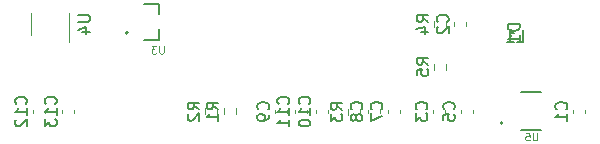
<source format=gbr>
%TF.GenerationSoftware,KiCad,Pcbnew,(5.1.9)-1*%
%TF.CreationDate,2021-03-03T23:02:33-08:00*%
%TF.ProjectId,SSD1326_I2C_breakout,53534431-3332-4365-9f49-32435f627265,0.1b*%
%TF.SameCoordinates,Original*%
%TF.FileFunction,Legend,Bot*%
%TF.FilePolarity,Positive*%
%FSLAX46Y46*%
G04 Gerber Fmt 4.6, Leading zero omitted, Abs format (unit mm)*
G04 Created by KiCad (PCBNEW (5.1.9)-1) date 2021-03-03 23:02:33*
%MOMM*%
%LPD*%
G01*
G04 APERTURE LIST*
%ADD10C,0.200000*%
%ADD11C,0.127000*%
%ADD12C,0.120000*%
%ADD13C,0.015000*%
%ADD14C,0.150000*%
G04 APERTURE END LIST*
D10*
%TO.C,U5*%
X113500000Y-38450000D02*
G75*
G03*
X113500000Y-38450000I-100000J0D01*
G01*
D11*
X115020000Y-35880000D02*
X116780000Y-35880000D01*
X115020000Y-39020000D02*
X116780000Y-39020000D01*
D12*
%TO.C,R5*%
X108722500Y-33432776D02*
X108722500Y-33942224D01*
X107677500Y-33432776D02*
X107677500Y-33942224D01*
%TO.C,R4*%
X108722500Y-29832776D02*
X108722500Y-30342224D01*
X107677500Y-29832776D02*
X107677500Y-30342224D01*
%TO.C,C13*%
X77220000Y-37343733D02*
X77220000Y-37636267D01*
X76200000Y-37343733D02*
X76200000Y-37636267D01*
%TO.C,U4*%
X76820000Y-29190000D02*
X76820000Y-31640000D01*
X73600000Y-30990000D02*
X73600000Y-29190000D01*
D10*
%TO.C,U3*%
X81780000Y-30820000D02*
G75*
G03*
X81780000Y-30820000I-100000J0D01*
G01*
D11*
X84430000Y-28365000D02*
X84430000Y-29280000D01*
X84430000Y-31445000D02*
X84430000Y-30530000D01*
X83130000Y-28365000D02*
X84430000Y-28365000D01*
X83130000Y-31445000D02*
X84430000Y-31445000D01*
D12*
%TO.C,R3*%
X101432500Y-37247776D02*
X101432500Y-37757224D01*
X100387500Y-37247776D02*
X100387500Y-37757224D01*
%TO.C,R2*%
X89332500Y-37235276D02*
X89332500Y-37744724D01*
X88287500Y-37235276D02*
X88287500Y-37744724D01*
%TO.C,R1*%
X90932500Y-37235276D02*
X90932500Y-37744724D01*
X89887500Y-37235276D02*
X89887500Y-37744724D01*
%TO.C,C12*%
X74720000Y-37343733D02*
X74720000Y-37636267D01*
X73700000Y-37343733D02*
X73700000Y-37636267D01*
%TO.C,C11*%
X96920000Y-37343733D02*
X96920000Y-37636267D01*
X95900000Y-37343733D02*
X95900000Y-37636267D01*
%TO.C,C10*%
X98720000Y-37343733D02*
X98720000Y-37636267D01*
X97700000Y-37343733D02*
X97700000Y-37636267D01*
%TO.C,C9*%
X95220000Y-37343733D02*
X95220000Y-37636267D01*
X94200000Y-37343733D02*
X94200000Y-37636267D01*
%TO.C,C8*%
X103120000Y-37343733D02*
X103120000Y-37636267D01*
X102100000Y-37343733D02*
X102100000Y-37636267D01*
%TO.C,C7*%
X104820000Y-37343733D02*
X104820000Y-37636267D01*
X103800000Y-37343733D02*
X103800000Y-37636267D01*
%TO.C,C5*%
X110960000Y-37343733D02*
X110960000Y-37636267D01*
X109940000Y-37343733D02*
X109940000Y-37636267D01*
%TO.C,C3*%
X108620000Y-37343733D02*
X108620000Y-37636267D01*
X107600000Y-37343733D02*
X107600000Y-37636267D01*
%TO.C,C2*%
X110410000Y-29941233D02*
X110410000Y-30233767D01*
X109390000Y-29941233D02*
X109390000Y-30233767D01*
%TO.C,C1*%
X120460000Y-37343733D02*
X120460000Y-37636267D01*
X119440000Y-37343733D02*
X119440000Y-37636267D01*
%TO.C,U5*%
D13*
X116419619Y-39305923D02*
X116419619Y-39824019D01*
X116389142Y-39884971D01*
X116358666Y-39915447D01*
X116297714Y-39945923D01*
X116175809Y-39945923D01*
X116114857Y-39915447D01*
X116084380Y-39884971D01*
X116053904Y-39824019D01*
X116053904Y-39305923D01*
X115444380Y-39305923D02*
X115749142Y-39305923D01*
X115779619Y-39610685D01*
X115749142Y-39580209D01*
X115688190Y-39549733D01*
X115535809Y-39549733D01*
X115474857Y-39580209D01*
X115444380Y-39610685D01*
X115413904Y-39671638D01*
X115413904Y-39824019D01*
X115444380Y-39884971D01*
X115474857Y-39915447D01*
X115535809Y-39945923D01*
X115688190Y-39945923D01*
X115749142Y-39915447D01*
X115779619Y-39884971D01*
%TO.C,R5*%
D14*
X107222380Y-33520833D02*
X106746190Y-33187500D01*
X107222380Y-32949404D02*
X106222380Y-32949404D01*
X106222380Y-33330357D01*
X106270000Y-33425595D01*
X106317619Y-33473214D01*
X106412857Y-33520833D01*
X106555714Y-33520833D01*
X106650952Y-33473214D01*
X106698571Y-33425595D01*
X106746190Y-33330357D01*
X106746190Y-32949404D01*
X106222380Y-34425595D02*
X106222380Y-33949404D01*
X106698571Y-33901785D01*
X106650952Y-33949404D01*
X106603333Y-34044642D01*
X106603333Y-34282738D01*
X106650952Y-34377976D01*
X106698571Y-34425595D01*
X106793809Y-34473214D01*
X107031904Y-34473214D01*
X107127142Y-34425595D01*
X107174761Y-34377976D01*
X107222380Y-34282738D01*
X107222380Y-34044642D01*
X107174761Y-33949404D01*
X107127142Y-33901785D01*
%TO.C,R4*%
X107222380Y-29920833D02*
X106746190Y-29587500D01*
X107222380Y-29349404D02*
X106222380Y-29349404D01*
X106222380Y-29730357D01*
X106270000Y-29825595D01*
X106317619Y-29873214D01*
X106412857Y-29920833D01*
X106555714Y-29920833D01*
X106650952Y-29873214D01*
X106698571Y-29825595D01*
X106746190Y-29730357D01*
X106746190Y-29349404D01*
X106555714Y-30777976D02*
X107222380Y-30777976D01*
X106174761Y-30539880D02*
X106889047Y-30301785D01*
X106889047Y-30920833D01*
%TO.C,D1*%
X114952380Y-30086904D02*
X113952380Y-30086904D01*
X113952380Y-30325000D01*
X114000000Y-30467857D01*
X114095238Y-30563095D01*
X114190476Y-30610714D01*
X114380952Y-30658333D01*
X114523809Y-30658333D01*
X114714285Y-30610714D01*
X114809523Y-30563095D01*
X114904761Y-30467857D01*
X114952380Y-30325000D01*
X114952380Y-30086904D01*
X114952380Y-31610714D02*
X114952380Y-31039285D01*
X114952380Y-31325000D02*
X113952380Y-31325000D01*
X114095238Y-31229761D01*
X114190476Y-31134523D01*
X114238095Y-31039285D01*
%TO.C,C13*%
X75637142Y-36847142D02*
X75684761Y-36799523D01*
X75732380Y-36656666D01*
X75732380Y-36561428D01*
X75684761Y-36418571D01*
X75589523Y-36323333D01*
X75494285Y-36275714D01*
X75303809Y-36228095D01*
X75160952Y-36228095D01*
X74970476Y-36275714D01*
X74875238Y-36323333D01*
X74780000Y-36418571D01*
X74732380Y-36561428D01*
X74732380Y-36656666D01*
X74780000Y-36799523D01*
X74827619Y-36847142D01*
X75732380Y-37799523D02*
X75732380Y-37228095D01*
X75732380Y-37513809D02*
X74732380Y-37513809D01*
X74875238Y-37418571D01*
X74970476Y-37323333D01*
X75018095Y-37228095D01*
X74732380Y-38132857D02*
X74732380Y-38751904D01*
X75113333Y-38418571D01*
X75113333Y-38561428D01*
X75160952Y-38656666D01*
X75208571Y-38704285D01*
X75303809Y-38751904D01*
X75541904Y-38751904D01*
X75637142Y-38704285D01*
X75684761Y-38656666D01*
X75732380Y-38561428D01*
X75732380Y-38275714D01*
X75684761Y-38180476D01*
X75637142Y-38132857D01*
%TO.C,U4*%
X77562380Y-29328095D02*
X78371904Y-29328095D01*
X78467142Y-29375714D01*
X78514761Y-29423333D01*
X78562380Y-29518571D01*
X78562380Y-29709047D01*
X78514761Y-29804285D01*
X78467142Y-29851904D01*
X78371904Y-29899523D01*
X77562380Y-29899523D01*
X77895714Y-30804285D02*
X78562380Y-30804285D01*
X77514761Y-30566190D02*
X78229047Y-30328095D01*
X78229047Y-30947142D01*
%TO.C,U3*%
D13*
X84799619Y-31960923D02*
X84799619Y-32479019D01*
X84769142Y-32539971D01*
X84738666Y-32570447D01*
X84677714Y-32600923D01*
X84555809Y-32600923D01*
X84494857Y-32570447D01*
X84464380Y-32539971D01*
X84433904Y-32479019D01*
X84433904Y-31960923D01*
X84190095Y-31960923D02*
X83793904Y-31960923D01*
X84007238Y-32204733D01*
X83915809Y-32204733D01*
X83854857Y-32235209D01*
X83824380Y-32265685D01*
X83793904Y-32326638D01*
X83793904Y-32479019D01*
X83824380Y-32539971D01*
X83854857Y-32570447D01*
X83915809Y-32600923D01*
X84098666Y-32600923D01*
X84159619Y-32570447D01*
X84190095Y-32539971D01*
%TO.C,R3*%
D14*
X99932380Y-37335833D02*
X99456190Y-37002500D01*
X99932380Y-36764404D02*
X98932380Y-36764404D01*
X98932380Y-37145357D01*
X98980000Y-37240595D01*
X99027619Y-37288214D01*
X99122857Y-37335833D01*
X99265714Y-37335833D01*
X99360952Y-37288214D01*
X99408571Y-37240595D01*
X99456190Y-37145357D01*
X99456190Y-36764404D01*
X98932380Y-37669166D02*
X98932380Y-38288214D01*
X99313333Y-37954880D01*
X99313333Y-38097738D01*
X99360952Y-38192976D01*
X99408571Y-38240595D01*
X99503809Y-38288214D01*
X99741904Y-38288214D01*
X99837142Y-38240595D01*
X99884761Y-38192976D01*
X99932380Y-38097738D01*
X99932380Y-37812023D01*
X99884761Y-37716785D01*
X99837142Y-37669166D01*
%TO.C,R2*%
X87832380Y-37323333D02*
X87356190Y-36990000D01*
X87832380Y-36751904D02*
X86832380Y-36751904D01*
X86832380Y-37132857D01*
X86880000Y-37228095D01*
X86927619Y-37275714D01*
X87022857Y-37323333D01*
X87165714Y-37323333D01*
X87260952Y-37275714D01*
X87308571Y-37228095D01*
X87356190Y-37132857D01*
X87356190Y-36751904D01*
X86927619Y-37704285D02*
X86880000Y-37751904D01*
X86832380Y-37847142D01*
X86832380Y-38085238D01*
X86880000Y-38180476D01*
X86927619Y-38228095D01*
X87022857Y-38275714D01*
X87118095Y-38275714D01*
X87260952Y-38228095D01*
X87832380Y-37656666D01*
X87832380Y-38275714D01*
%TO.C,R1*%
X89432380Y-37323333D02*
X88956190Y-36990000D01*
X89432380Y-36751904D02*
X88432380Y-36751904D01*
X88432380Y-37132857D01*
X88480000Y-37228095D01*
X88527619Y-37275714D01*
X88622857Y-37323333D01*
X88765714Y-37323333D01*
X88860952Y-37275714D01*
X88908571Y-37228095D01*
X88956190Y-37132857D01*
X88956190Y-36751904D01*
X89432380Y-38275714D02*
X89432380Y-37704285D01*
X89432380Y-37990000D02*
X88432380Y-37990000D01*
X88575238Y-37894761D01*
X88670476Y-37799523D01*
X88718095Y-37704285D01*
%TO.C,L1*%
X114716666Y-31602380D02*
X115192857Y-31602380D01*
X115192857Y-30602380D01*
X113859523Y-31602380D02*
X114430952Y-31602380D01*
X114145238Y-31602380D02*
X114145238Y-30602380D01*
X114240476Y-30745238D01*
X114335714Y-30840476D01*
X114430952Y-30888095D01*
%TO.C,C12*%
X73137142Y-36847142D02*
X73184761Y-36799523D01*
X73232380Y-36656666D01*
X73232380Y-36561428D01*
X73184761Y-36418571D01*
X73089523Y-36323333D01*
X72994285Y-36275714D01*
X72803809Y-36228095D01*
X72660952Y-36228095D01*
X72470476Y-36275714D01*
X72375238Y-36323333D01*
X72280000Y-36418571D01*
X72232380Y-36561428D01*
X72232380Y-36656666D01*
X72280000Y-36799523D01*
X72327619Y-36847142D01*
X73232380Y-37799523D02*
X73232380Y-37228095D01*
X73232380Y-37513809D02*
X72232380Y-37513809D01*
X72375238Y-37418571D01*
X72470476Y-37323333D01*
X72518095Y-37228095D01*
X72327619Y-38180476D02*
X72280000Y-38228095D01*
X72232380Y-38323333D01*
X72232380Y-38561428D01*
X72280000Y-38656666D01*
X72327619Y-38704285D01*
X72422857Y-38751904D01*
X72518095Y-38751904D01*
X72660952Y-38704285D01*
X73232380Y-38132857D01*
X73232380Y-38751904D01*
%TO.C,C11*%
X95337142Y-36847142D02*
X95384761Y-36799523D01*
X95432380Y-36656666D01*
X95432380Y-36561428D01*
X95384761Y-36418571D01*
X95289523Y-36323333D01*
X95194285Y-36275714D01*
X95003809Y-36228095D01*
X94860952Y-36228095D01*
X94670476Y-36275714D01*
X94575238Y-36323333D01*
X94480000Y-36418571D01*
X94432380Y-36561428D01*
X94432380Y-36656666D01*
X94480000Y-36799523D01*
X94527619Y-36847142D01*
X95432380Y-37799523D02*
X95432380Y-37228095D01*
X95432380Y-37513809D02*
X94432380Y-37513809D01*
X94575238Y-37418571D01*
X94670476Y-37323333D01*
X94718095Y-37228095D01*
X95432380Y-38751904D02*
X95432380Y-38180476D01*
X95432380Y-38466190D02*
X94432380Y-38466190D01*
X94575238Y-38370952D01*
X94670476Y-38275714D01*
X94718095Y-38180476D01*
%TO.C,C10*%
X97137142Y-36847142D02*
X97184761Y-36799523D01*
X97232380Y-36656666D01*
X97232380Y-36561428D01*
X97184761Y-36418571D01*
X97089523Y-36323333D01*
X96994285Y-36275714D01*
X96803809Y-36228095D01*
X96660952Y-36228095D01*
X96470476Y-36275714D01*
X96375238Y-36323333D01*
X96280000Y-36418571D01*
X96232380Y-36561428D01*
X96232380Y-36656666D01*
X96280000Y-36799523D01*
X96327619Y-36847142D01*
X97232380Y-37799523D02*
X97232380Y-37228095D01*
X97232380Y-37513809D02*
X96232380Y-37513809D01*
X96375238Y-37418571D01*
X96470476Y-37323333D01*
X96518095Y-37228095D01*
X96232380Y-38418571D02*
X96232380Y-38513809D01*
X96280000Y-38609047D01*
X96327619Y-38656666D01*
X96422857Y-38704285D01*
X96613333Y-38751904D01*
X96851428Y-38751904D01*
X97041904Y-38704285D01*
X97137142Y-38656666D01*
X97184761Y-38609047D01*
X97232380Y-38513809D01*
X97232380Y-38418571D01*
X97184761Y-38323333D01*
X97137142Y-38275714D01*
X97041904Y-38228095D01*
X96851428Y-38180476D01*
X96613333Y-38180476D01*
X96422857Y-38228095D01*
X96327619Y-38275714D01*
X96280000Y-38323333D01*
X96232380Y-38418571D01*
%TO.C,C9*%
X93637142Y-37323333D02*
X93684761Y-37275714D01*
X93732380Y-37132857D01*
X93732380Y-37037619D01*
X93684761Y-36894761D01*
X93589523Y-36799523D01*
X93494285Y-36751904D01*
X93303809Y-36704285D01*
X93160952Y-36704285D01*
X92970476Y-36751904D01*
X92875238Y-36799523D01*
X92780000Y-36894761D01*
X92732380Y-37037619D01*
X92732380Y-37132857D01*
X92780000Y-37275714D01*
X92827619Y-37323333D01*
X93732380Y-37799523D02*
X93732380Y-37990000D01*
X93684761Y-38085238D01*
X93637142Y-38132857D01*
X93494285Y-38228095D01*
X93303809Y-38275714D01*
X92922857Y-38275714D01*
X92827619Y-38228095D01*
X92780000Y-38180476D01*
X92732380Y-38085238D01*
X92732380Y-37894761D01*
X92780000Y-37799523D01*
X92827619Y-37751904D01*
X92922857Y-37704285D01*
X93160952Y-37704285D01*
X93256190Y-37751904D01*
X93303809Y-37799523D01*
X93351428Y-37894761D01*
X93351428Y-38085238D01*
X93303809Y-38180476D01*
X93256190Y-38228095D01*
X93160952Y-38275714D01*
%TO.C,C8*%
X101537142Y-37323333D02*
X101584761Y-37275714D01*
X101632380Y-37132857D01*
X101632380Y-37037619D01*
X101584761Y-36894761D01*
X101489523Y-36799523D01*
X101394285Y-36751904D01*
X101203809Y-36704285D01*
X101060952Y-36704285D01*
X100870476Y-36751904D01*
X100775238Y-36799523D01*
X100680000Y-36894761D01*
X100632380Y-37037619D01*
X100632380Y-37132857D01*
X100680000Y-37275714D01*
X100727619Y-37323333D01*
X101060952Y-37894761D02*
X101013333Y-37799523D01*
X100965714Y-37751904D01*
X100870476Y-37704285D01*
X100822857Y-37704285D01*
X100727619Y-37751904D01*
X100680000Y-37799523D01*
X100632380Y-37894761D01*
X100632380Y-38085238D01*
X100680000Y-38180476D01*
X100727619Y-38228095D01*
X100822857Y-38275714D01*
X100870476Y-38275714D01*
X100965714Y-38228095D01*
X101013333Y-38180476D01*
X101060952Y-38085238D01*
X101060952Y-37894761D01*
X101108571Y-37799523D01*
X101156190Y-37751904D01*
X101251428Y-37704285D01*
X101441904Y-37704285D01*
X101537142Y-37751904D01*
X101584761Y-37799523D01*
X101632380Y-37894761D01*
X101632380Y-38085238D01*
X101584761Y-38180476D01*
X101537142Y-38228095D01*
X101441904Y-38275714D01*
X101251428Y-38275714D01*
X101156190Y-38228095D01*
X101108571Y-38180476D01*
X101060952Y-38085238D01*
%TO.C,C7*%
X103237142Y-37323333D02*
X103284761Y-37275714D01*
X103332380Y-37132857D01*
X103332380Y-37037619D01*
X103284761Y-36894761D01*
X103189523Y-36799523D01*
X103094285Y-36751904D01*
X102903809Y-36704285D01*
X102760952Y-36704285D01*
X102570476Y-36751904D01*
X102475238Y-36799523D01*
X102380000Y-36894761D01*
X102332380Y-37037619D01*
X102332380Y-37132857D01*
X102380000Y-37275714D01*
X102427619Y-37323333D01*
X102332380Y-37656666D02*
X102332380Y-38323333D01*
X103332380Y-37894761D01*
%TO.C,C5*%
X109377142Y-37323333D02*
X109424761Y-37275714D01*
X109472380Y-37132857D01*
X109472380Y-37037619D01*
X109424761Y-36894761D01*
X109329523Y-36799523D01*
X109234285Y-36751904D01*
X109043809Y-36704285D01*
X108900952Y-36704285D01*
X108710476Y-36751904D01*
X108615238Y-36799523D01*
X108520000Y-36894761D01*
X108472380Y-37037619D01*
X108472380Y-37132857D01*
X108520000Y-37275714D01*
X108567619Y-37323333D01*
X108472380Y-38228095D02*
X108472380Y-37751904D01*
X108948571Y-37704285D01*
X108900952Y-37751904D01*
X108853333Y-37847142D01*
X108853333Y-38085238D01*
X108900952Y-38180476D01*
X108948571Y-38228095D01*
X109043809Y-38275714D01*
X109281904Y-38275714D01*
X109377142Y-38228095D01*
X109424761Y-38180476D01*
X109472380Y-38085238D01*
X109472380Y-37847142D01*
X109424761Y-37751904D01*
X109377142Y-37704285D01*
%TO.C,C3*%
X107037142Y-37323333D02*
X107084761Y-37275714D01*
X107132380Y-37132857D01*
X107132380Y-37037619D01*
X107084761Y-36894761D01*
X106989523Y-36799523D01*
X106894285Y-36751904D01*
X106703809Y-36704285D01*
X106560952Y-36704285D01*
X106370476Y-36751904D01*
X106275238Y-36799523D01*
X106180000Y-36894761D01*
X106132380Y-37037619D01*
X106132380Y-37132857D01*
X106180000Y-37275714D01*
X106227619Y-37323333D01*
X106132380Y-37656666D02*
X106132380Y-38275714D01*
X106513333Y-37942380D01*
X106513333Y-38085238D01*
X106560952Y-38180476D01*
X106608571Y-38228095D01*
X106703809Y-38275714D01*
X106941904Y-38275714D01*
X107037142Y-38228095D01*
X107084761Y-38180476D01*
X107132380Y-38085238D01*
X107132380Y-37799523D01*
X107084761Y-37704285D01*
X107037142Y-37656666D01*
%TO.C,C2*%
X108827142Y-29920833D02*
X108874761Y-29873214D01*
X108922380Y-29730357D01*
X108922380Y-29635119D01*
X108874761Y-29492261D01*
X108779523Y-29397023D01*
X108684285Y-29349404D01*
X108493809Y-29301785D01*
X108350952Y-29301785D01*
X108160476Y-29349404D01*
X108065238Y-29397023D01*
X107970000Y-29492261D01*
X107922380Y-29635119D01*
X107922380Y-29730357D01*
X107970000Y-29873214D01*
X108017619Y-29920833D01*
X108017619Y-30301785D02*
X107970000Y-30349404D01*
X107922380Y-30444642D01*
X107922380Y-30682738D01*
X107970000Y-30777976D01*
X108017619Y-30825595D01*
X108112857Y-30873214D01*
X108208095Y-30873214D01*
X108350952Y-30825595D01*
X108922380Y-30254166D01*
X108922380Y-30873214D01*
%TO.C,C1*%
X118877142Y-37323333D02*
X118924761Y-37275714D01*
X118972380Y-37132857D01*
X118972380Y-37037619D01*
X118924761Y-36894761D01*
X118829523Y-36799523D01*
X118734285Y-36751904D01*
X118543809Y-36704285D01*
X118400952Y-36704285D01*
X118210476Y-36751904D01*
X118115238Y-36799523D01*
X118020000Y-36894761D01*
X117972380Y-37037619D01*
X117972380Y-37132857D01*
X118020000Y-37275714D01*
X118067619Y-37323333D01*
X118972380Y-38275714D02*
X118972380Y-37704285D01*
X118972380Y-37990000D02*
X117972380Y-37990000D01*
X118115238Y-37894761D01*
X118210476Y-37799523D01*
X118258095Y-37704285D01*
%TD*%
M02*

</source>
